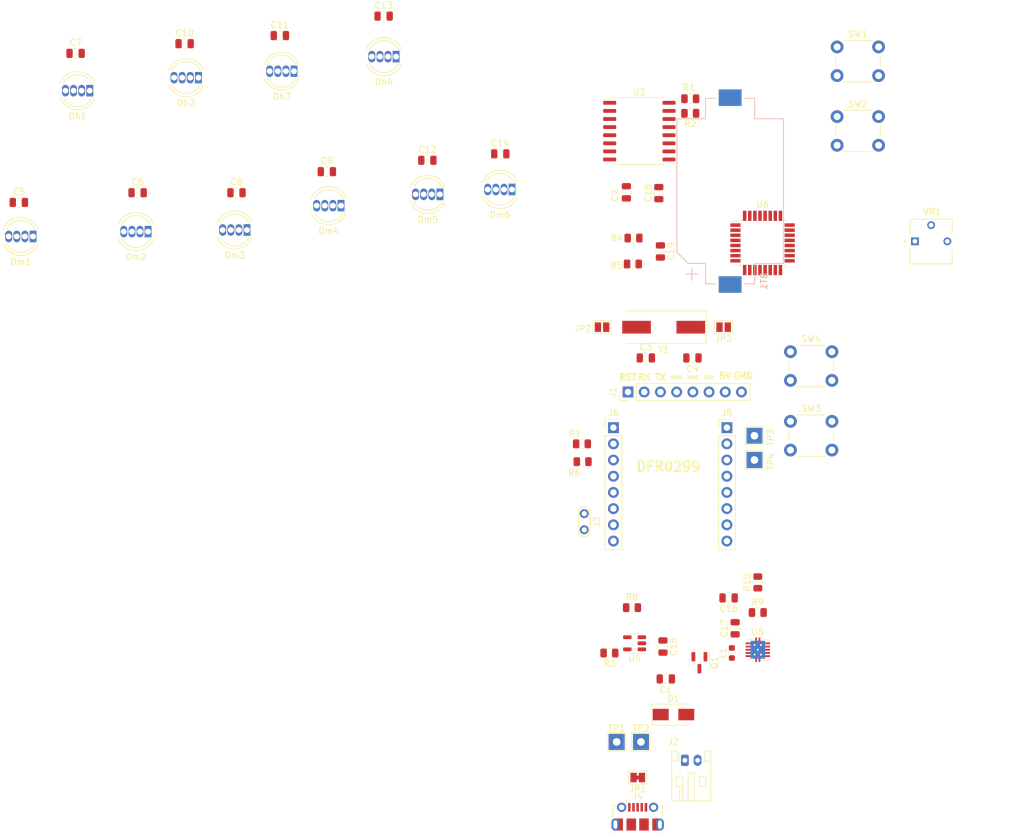
<source format=kicad_pcb>
(kicad_pcb (version 20211014) (generator pcbnew)
  (layers (0 "F.Cu" signal) (31 "B.Cu" signal) (34 "B.Paste" user) (35 "F.Paste" user) (36 "B.SilkS" user "B.Silkscreen") (37 "F.SilkS" user "F.Silkscreen") (38 "B.Mask" user) (39 "F.Mask" user) (44 "Edge.Cuts" user))
  (net 0 "")
  (net 1 "Net-(C1-Pad1)")
  (net 2 "GND")
  (net 3 "/5v")
  (net 4 "Net-(C3-Pad1)")
  (net 5 "Net-(C4-Pad1)")
  (net 6 "Net-(BT2-Pad1)")
  (net 7 "Net-(C16-Pad1)")
  (net 8 "Net-(C17-Pad1)")
  (net 9 "Net-(Dh1-Pad1)")
  (net 10 "Net-(Dh1-Pad4)")
  (net 11 "Net-(Dh2-Pad1)")
  (net 12 "Net-(Dh3-Pad1)")
  (net 13 "Net-(Dh4-Pad1)")
  (net 14 "Net-(Dm1-Pad1)")
  (net 15 "Net-(Dm2-Pad1)")
  (net 16 "Net-(Dm3-Pad1)")
  (net 17 "Net-(Dm4-Pad1)")
  (net 18 "Net-(Dm5-Pad1)")
  (net 20 "/RESET")
  (net 21 "/MOSI")
  (net 22 "/MISO")
  (net 23 "/SCK")
  (net 24 "Net-(J4-Pad2)")
  (net 25 "Net-(L1-Pad2)")
  (net 26 "/SCL")
  (net 27 "Net-(R1-Pad2)")
  (net 28 "/SDA")
  (net 29 "Net-(R2-Pad2)")
  (net 30 "Net-(R3-Pad1)")
  (net 31 "/NeoPixel_D")
  (net 32 "/MCU_TX")
  (net 33 "/MCU_RX")
  (net 34 "Net-(R10-Pad1)")
  (net 35 "/SW1")
  (net 36 "/SW2")
  (net 37 "/SW3")
  (net 38 "/SW4")
  (net 39 "Net-(J3-Pad1)")
  (net 40 "Net-(J3-Pad2)")
  (net 48 "Net-(BT1-Pad1)")
  (net 57 "Net-(JP2-Pad1)")
  (net 58 "/MCU_SSRX")
  (net 59 "/MCU_SSTX")
  (net 64 "Net-(J6-Pad3)")
  (net 65 "Net-(J6-Pad2)")
  (net 66 "Net-(J4-Pad3)")
  (net 67 "Net-(J5-Pad2)")
  (net 68 "Net-(J5-Pad3)")
  (net 69 "Net-(JP3-Pad1)")
  (net 70 "/DIMMER")
  (footprint "Resistor_SMD:R_0805_2012Metric" (layer "F.Cu") (at 145.4255 -52.0375 180)
    (fp_text reference "R3" (at 0 -1.65) (layer "F.SilkS"))
    (fp_text value "2K")
    (pad "1" smd roundrect (at -0.9125 0 180) (size 1.025 1.4) (layers "F.Cu" "F.Paste" "F.Mask") (roundrect_rratio 0.243902439) (net 30 "Net-(R3-Pad1)"))
    (pad "2" smd roundrect (at 0.9125 0 180) (size 1.025 1.4) (layers "F.Cu" "F.Paste" "F.Mask") (roundrect_rratio 0.243902439) (net 2 "GND"))
  )
  (footprint "Resistor_SMD:R_0805_2012Metric" (layer "F.Cu") (at 168.672 -63.11 90)
    (fp_text reference "R10" (at 0 -1.65 90) (layer "F.SilkS"))
    (fp_text value "180K")
    (pad "1" smd roundrect (at -0.9125 0 90) (size 1.025 1.4) (layers "F.Cu" "F.Paste" "F.Mask") (roundrect_rratio 0.243902439) (net 34 "Net-(R10-Pad1)"))
    (pad "2" smd roundrect (at 0.9125 0 90) (size 1.025 1.4) (layers "F.Cu" "F.Paste" "F.Mask") (roundrect_rratio 0.243902439) (net 2 "GND"))
  )
  (footprint "Connector_PinHeader_2.54mm:PinHeader_1x08_P2.54mm_Vertical" (layer "F.Cu") (at 148.336 -92.964 90)
    (fp_text reference "J1" (at 0 -2.33 90) (layer "F.SilkS"))
    (fp_text value "Conn_01x08_Female" hide)
    (pad "1" thru_hole rect (at 0 0 90) (size 1.7 1.7) (drill 1) (layers *.Cu *.Mask) (net 20 "/RESET"))
    (pad "2" thru_hole oval (at 0 2.54 90) (size 1.7 1.7) (drill 1) (layers *.Cu *.Mask) (net 33 "/MCU_RX"))
    (pad "3" thru_hole oval (at 0 5.08 90) (size 1.7 1.7) (drill 1) (layers *.Cu *.Mask) (net 32 "/MCU_TX"))
    (pad "4" thru_hole oval (at 0 7.62 90) (size 1.7 1.7) (drill 1) (layers *.Cu *.Mask) (net 21 "/MOSI"))
    (pad "5" thru_hole oval (at 0 10.16 90) (size 1.7 1.7) (drill 1) (layers *.Cu *.Mask) (net 22 "/MISO"))
    (pad "6" thru_hole oval (at 0 12.7 90) (size 1.7 1.7) (drill 1) (layers *.Cu *.Mask) (net 23 "/SCK"))
    (pad "7" thru_hole oval (at 0 15.24 90) (size 1.7 1.7) (drill 1) (layers *.Cu *.Mask) (net 3 "/5v"))
    (pad "8" thru_hole oval (at 0 17.78 90) (size 1.7 1.7) (drill 1) (layers *.Cu *.Mask) (net 2 "GND"))
  )
  (footprint "Capacitor_SMD:C_0805_2012Metric" (layer "F.Cu") (at 153.416 -114.996 -90)
    (fp_text reference "C19" (at 0 -1.68 90) (layer "F.SilkS"))
    (fp_text value "100nF")
    (pad "1" smd roundrect (at -0.95 0 270) (size 1 1.45) (layers "F.Cu" "F.Paste" "F.Mask") (net 2 "GND"))
    (pad "2" smd roundrect (at 0.95 0 270) (size 1 1.45) (layers "F.Cu" "F.Paste" "F.Mask") (net 3 "/5v"))
  )
  (footprint "Capacitor_SMD:C_0805_2012Metric" (layer "F.Cu") (at 153.162 -124.14 90)
    (fp_text reference "C18" (at 0 -1.68 90) (layer "F.SilkS"))
    (fp_text value "22uF")
    (pad "1" smd roundrect (at -0.95 0 90) (size 1 1.45) (layers "F.Cu" "F.Paste" "F.Mask") (net 3 "/5v"))
    (pad "2" smd roundrect (at 0.95 0 90) (size 1 1.45) (layers "F.Cu" "F.Paste" "F.Mask") (net 2 "GND"))
  )
  (footprint "Package_SON:Texas_S-PVSON-N10_ThermalVias" (layer "F.Cu") (at 168.672 -52.5455)
    (fp_text reference "U5" (at 0 -2.8) (layer "F.SilkS"))
    (fp_text value "TPS61200DRC")
    (pad "1" smd oval (at -1.475 -1) (size 0.85 0.28) (layers "F.Cu" "F.Paste" "F.Mask") (net 8 "Net-(C17-Pad1)"))
    (pad "1" smd rect (at -1.76 -1) (size 0.28 0.28) (layers "F.Cu" "F.Paste" "F.Mask") (net 8 "Net-(C17-Pad1)"))
    (pad "2" smd rect (at -1.76 -0.5) (size 0.28 0.28) (layers "F.Cu" "F.Paste" "F.Mask") (net 3 "/5v"))
    (pad "2" smd oval (at -1.475 -0.5) (size 0.85 0.28) (layers "F.Cu" "F.Paste" "F.Mask") (net 3 "/5v"))
    (pad "3" smd oval (at -1.475 0) (size 0.85 0.28) (layers "F.Cu" "F.Paste" "F.Mask") (net 25 "Net-(L1-Pad2)"))
    (pad "3" smd rect (at -1.76 0) (size 0.28 0.28) (layers "F.Cu" "F.Paste" "F.Mask") (net 25 "Net-(L1-Pad2)"))
    (pad "4" smd oval (at -1.475 0.5) (size 0.85 0.28) (layers "F.Cu" "F.Paste" "F.Mask") (net 2 "GND"))
    (pad "4" smd rect (at -1.76 0.5) (size 0.28 0.28) (layers "F.Cu" "F.Paste" "F.Mask") (net 2 "GND"))
    (pad "5" smd rect (at -1.76 1) (size 0.28 0.28) (layers "F.Cu" "F.Paste" "F.Mask") (net 7 "Net-(C16-Pad1)"))
    (pad "5" smd oval (at -1.475 1) (size 0.85 0.28) (layers "F.Cu" "F.Paste" "F.Mask") (net 7 "Net-(C16-Pad1)"))
    (pad "6" smd oval (at 1.475 1) (size 0.85 0.28) (layers "F.Cu" "F.Paste" "F.Mask") (net 7 "Net-(C16-Pad1)"))
    (pad "6" smd rect (at 1.76 1) (size 0.28 0.28) (layers "F.Cu" "F.Paste" "F.Mask") (net 7 "Net-(C16-Pad1)"))
    (pad "7" smd oval (at 1.475 0.5) (size 0.85 0.28) (layers "F.Cu" "F.Paste" "F.Mask") (net 34 "Net-(R10-Pad1)"))
    (pad "7" smd rect (at 1.76 0.5) (size 0.28 0.28) (layers "F.Cu" "F.Paste" "F.Mask") (net 34 "Net-(R10-Pad1)"))
    (pad "8" smd rect (at 1.76 0) (size 0.28 0.28) (layers "F.Cu" "F.Paste" "F.Mask") (net 7 "Net-(C16-Pad1)"))
    (pad "8" smd oval (at 1.475 0) (size 0.85 0.28) (layers "F.Cu" "F.Paste" "F.Mask") (net 7 "Net-(C16-Pad1)"))
    (pad "9" smd rect (at 1.76 -0.5) (size 0.28 0.28) (layers "F.Cu" "F.Paste" "F.Mask") (net 2 "GND"))
    (pad "9" smd oval (at 1.475 -0.5) (size 0.85 0.28) (layers "F.Cu" "F.Paste" "F.Mask") (net 2 "GND"))
    (pad "10" smd rect (at 1.76 -1) (size 0.28 0.28) (layers "F.Cu" "F.Paste" "F.Mask") (net 3 "/5v"))
    (pad "10" smd oval (at 1.475 -1) (size 0.85 0.28) (layers "F.Cu" "F.Paste" "F.Mask") (net 3 "/5v"))
    (pad "11" smd rect (at 0.45 0.635) (size 0.68 1.05) (layers "F.Cu" "F.Paste" "F.Mask") (net 2 "GND"))
    (pad "11" smd rect (at 0 0) (size 2.3 2.8) (layers "B.Cu") (net 2 "GND"))
    (pad "11" thru_hole circle (at 0 0) (size 0.6 0.6) (drill 0.3) (layers *.Cu *.Mask) (net 2 "GND"))
    (pad "11" smd rect (at -0.45 0.635) (size 0.68 1.05) (layers "F.Cu" "F.Paste" "F.Mask") (net 2 "GND"))
    (pad "11" thru_hole circle (at -0.5 -0.75) (size 0.6 0.6) (drill 0.3) (layers *.Cu *.Mask) (net 2 "GND"))
    (pad "11" smd rect (at 0.25 -1.63) (size 0.26 0.5) (layers "F.Cu" "F.Paste" "F.Mask") (net 2 "GND"))
    (pad "11" thru_hole circle (at 0.5 -0.75) (size 0.6 0.6) (drill 0.3) (layers *.Cu *.Mask) (net 2 "GND"))
    (pad "11" smd rect (at 0 0) (size 1.65 2.4) (layers "F.Cu" "F.Mask") (net 2 "GND"))
    (pad "11" smd rect (at 0.25 1.55) (size 0.28 0.7) (layers "F.Cu" "F.Mask") (net 2 "GND"))
    (pad "11" thru_hole circle (at 0.5 0.75) (size 0.6 0.6) (drill 0.3) (layers *.Cu *.Mask) (net 2 "GND"))
    (pad "11" smd rect (at -0.25 -1.55) (size 0.28 0.7) (layers "F.Cu" "F.Mask") (net 2 "GND"))
    (pad "11" smd rect (at -0.25 1.63) (size 0.26 0.5) (layers "F.Cu" "F.Paste" "F.Mask") (net 2 "GND"))
    (pad "11" smd rect (at -0.25 1.55) (size 0.28 0.7) (layers "F.Cu" "F.Mask") (net 2 "GND"))
    (pad "11" thru_hole circle (at -0.5 0.75) (size 0.6 0.6) (drill 0.3) (layers *.Cu *.Mask) (net 2 "GND"))
    (pad "11" smd rect (at 0.45 -0.635) (size 0.68 1.05) (layers "F.Cu" "F.Paste" "F.Mask") (net 2 "GND"))
    (pad "11" smd rect (at -0.45 -0.635) (size 0.68 1.05) (layers "F.Cu" "F.Paste" "F.Mask") (net 2 "GND"))
    (pad "11" smd rect (at 0.25 -1.55) (size 0.28 0.7) (layers "F.Cu" "F.Mask") (net 2 "GND"))
    (pad "11" smd rect (at 0.25 1.63) (size 0.26 0.5) (layers "F.Cu" "F.Paste" "F.Mask") (net 2 "GND"))
    (pad "11" smd rect (at -0.25 -1.63) (size 0.26 0.5) (layers "F.Cu" "F.Paste" "F.Mask") (net 2 "GND"))
  )
  (footprint "Resistor_SMD:R_0805_2012Metric" (layer "F.Cu") (at 149.098 -113.03 180)
    (fp_text reference "R5" (at 2.54 -0.254) (layer "F.SilkS"))
    (fp_text value "470")
    (pad "1" smd roundrect (at -0.9125 0 180) (size 1.025 1.4) (layers "F.Cu" "F.Paste" "F.Mask") (roundrect_rratio 0.243902439) (net 31 "/NeoPixel_D"))
    (pad "2" smd roundrect (at 0.9125 0 180) (size 1.025 1.4) (layers "F.Cu" "F.Paste" "F.Mask") (roundrect_rratio 0.243902439) (net 10 "Net-(Dh1-Pad4)"))
  )
  (footprint "Resistor_SMD:R_0805_2012Metric" (layer "F.Cu") (at 158.0915 -136.652 180)
    (fp_text reference "R2" (at 0 -1.65) (layer "F.SilkS"))
    (fp_text value "10K")
    (pad "1" smd roundrect (at -0.9125 0 180) (size 1.025 1.4) (layers "F.Cu" "F.Paste" "F.Mask") (roundrect_rratio 0.243902439) (net 28 "/SDA"))
    (pad "2" smd roundrect (at 0.9125 0 180) (size 1.025 1.4) (layers "F.Cu" "F.Paste" "F.Mask") (roundrect_rratio 0.243902439) (net 29 "Net-(R2-Pad2)"))
  )
  (footprint "Capacitor_SMD:C_0805_2012Metric" (layer "F.Cu") (at 110.038 -151.892)
    (fp_text reference "C13" (at 0 -1.68) (layer "F.SilkS"))
    (fp_text value "0.1uF")
    (pad "1" smd roundrect (at -0.95 0) (size 1 1.45) (layers "F.Cu" "F.Paste" "F.Mask") (net 3 "/5v"))
    (pad "2" smd roundrect (at 0.95 0) (size 1 1.45) (layers "F.Cu" "F.Paste" "F.Mask") (net 2 "GND"))
  )
  (footprint "TestPoint:TestPoint_THTPad_2.5x2.5mm_Drill1.2mm" (layer "F.Cu") (at 146.558 -38.1)
    (fp_text reference "TP1" (at 0 -2.148) (layer "F.SilkS"))
    (fp_text value "D+")
    (pad "1" thru_hole rect (at 0 0) (size 2.5 2.5) (drill 1.2) (layers *.Cu *.Mask) (net 66 "Net-(J4-Pad3)"))
  )
  (footprint "LED_THT:LED_D5.0mm-4_RGB" (layer "F.Cu") (at 81.016 -142.24 180)
    (fp_text reference "Dh2" (at 1.905 -3.96 180) (layer "F.SilkS"))
    (fp_text value "NeoPixel_THT" hide)
    (pad "1" thru_hole rect (at 0 0 180) (size 1.07 1.8) (drill 0.9) (layers *.Cu *.Mask) (net 11 "Net-(Dh2-Pad1)"))
    (pad "2" thru_hole oval (at 1.27 0 180) (size 1.07 1.8) (drill 0.9) (layers *.Cu *.Mask) (net 2 "GND"))
    (pad "3" thru_hole oval (at 2.54 0 180) (size 1.07 1.8) (drill 0.9) (layers *.Cu *.Mask) (net 3 "/5v"))
    (pad "4" thru_hole oval (at 3.81 0 180) (size 1.07 1.8) (drill 0.9) (layers *.Cu *.Mask) (net 9 "Net-(Dh1-Pad1)"))
  )
  (footprint "Connector_USB:USB_Micro-B_Molex-105017-0001" (layer "F.Cu") (at 149.844 -26.3835)
    (fp_text reference "J4" (at 0 -3.1125) (layer "F.SilkS"))
    (fp_text value "USB_B_Micro" hide)
    (pad "1" smd rect (at -1.3 -1.4625) (size 0.4 1.35) (layers "F.Cu" "F.Paste" "F.Mask") (net 1 "Net-(C1-Pad1)"))
    (pad "2" smd rect (at -0.65 -1.4625) (size 0.4 1.35) (layers "F.Cu" "F.Paste" "F.Mask") (net 24 "Net-(J4-Pad2)"))
    (pad "3" smd rect (at 0 -1.4625) (size 0.4 1.35) (layers "F.Cu" "F.Paste" "F.Mask") (net 66 "Net-(J4-Pad3)"))
    (pad "4" smd rect (at 0.65 -1.4625) (size 0.4 1.35) (layers "F.Cu" "F.Paste" "F.Mask") (net 2 "GND"))
    (pad "5" smd rect (at 1.3 -1.4625) (size 0.4 1.35) (layers "F.Cu" "F.Paste" "F.Mask") (net 2 "GND"))
    (pad "6" smd rect (at 1 1.2375) (size 1.5 1.9) (layers "F.Cu" "F.Paste" "F.Mask") (net 2 "GND"))
    (pad "6" smd rect (at -1 1.2375) (size 1.5 1.9) (layers "F.Cu" "F.Paste" "F.Mask") (net 2 "GND"))
    (pad "6" smd rect (at 2.9 1.2375) (size 1.2 1.9) (layers "F.Cu" "F.Mask") (net 2 "GND"))
    (pad "6" thru_hole circle (at 2.5 -1.4625) (size 1.45 1.45) (drill 0.85) (layers *.Cu *.Mask) (net 2 "GND"))
    (pad "6" thru_hole oval (at 3.5 1.2375) (size 1.2 1.9) (drill oval 0.6 1.3) (layers *.Cu *.Mask) (net 2 "GND"))
    (pad "6" thru_hole circle (at -2.5 -1.4625) (size 1.45 1.45) (drill 0.85) (layers *.Cu *.Mask) (net 2 "GND"))
    (pad "6" smd rect (at -2.9 1.2375) (size 1.2 1.9) (layers "F.Cu" "F.Mask") (net 2 "GND"))
    (pad "6" thru_hole oval (at -3.5 1.2375 180) (size 1.2 1.9) (drill oval 0.6 1.3) (layers *.Cu *.Mask) (net 2 "GND"))
  )
  (footprint "Package_SO:SOIC-16W_7.5x10.3mm_P1.27mm" (layer "F.Cu") (at 150.114 -133.858)
    (fp_text reference "U2" (at 0 -6.1) (layer "F.SilkS"))
    (fp_text value "DS3231M")
    (pad "1" smd roundrect (at -4.65 -4.445) (size 2.05 0.6) (layers "F.Cu" "F.Paste" "F.Mask"))
    (pad "2" smd roundrect (at -4.65 -3.175) (size 2.05 0.6) (layers "F.Cu" "F.Paste" "F.Mask") (net 3 "/5v"))
    (pad "3" smd roundrect (at -4.65 -1.905) (size 2.05 0.6) (layers "F.Cu" "F.Paste" "F.Mask"))
    (pad "4" smd roundrect (at -4.65 -0.635) (size 2.05 0.6) (layers "F.Cu" "F.Paste" "F.Mask"))
    (pad "5" smd roundrect (at -4.65 0.635) (size 2.05 0.6) (layers "F.Cu" "F.Paste" "F.Mask") (net 2 "GND"))
    (pad "6" smd roundrect (at -4.65 1.905) (size 2.05 0.6) (layers "F.Cu" "F.Paste" "F.Mask") (net 2 "GND"))
    (pad "7" smd roundrect (at -4.65 3.175) (size 2.05 0.6) (layers "F.Cu" "F.Paste" "F.Mask") (net 2 "GND"))
    (pad "8" smd roundrect (at -4.65 4.445) (size 2.05 0.6) (layers "F.Cu" "F.Paste" "F.Mask") (net 2 "GND"))
    (pad "9" smd roundrect (at 4.65 4.445) (size 2.05 0.6) (layers "F.Cu" "F.Paste" "F.Mask") (net 2 "GND"))
    (pad "10" smd roundrect (at 4.65 3.175) (size 2.05 0.6) (layers "F.Cu" "F.Paste" "F.Mask") (net 2 "GND"))
    (pad "11" smd roundrect (at 4.65 1.905) (size 2.05 0.6) (layers "F.Cu" "F.Paste" "F.Mask") (net 2 "GND"))
    (pad "12" smd roundrect (at 4.65 0.635) (size 2.05 0.6) (layers "F.Cu" "F.Paste" "F.Mask") (net 2 "GND"))
    (pad "13" smd roundrect (at 4.65 -0.635) (size 2.05 0.6) (layers "F.Cu" "F.Paste" "F.Mask") (net 2 "GND"))
    (pad "14" smd roundrect (at 4.65 -1.905) (size 2.05 0.6) (layers "F.Cu" "F.Paste" "F.Mask") (net 48 "Net-(BT1-Pad1)"))
    (pad "15" smd roundrect (at 4.65 -3.175) (size 2.05 0.6) (layers "F.Cu" "F.Paste" "F.Mask") (net 29 "Net-(R2-Pad2)"))
    (pad "16" smd roundrect (at 4.65 -4.445) (size 2.05 0.6) (layers "F.Cu" "F.Paste" "F.Mask") (net 27 "Net-(R1-Pad2)"))
  )
  (footprint "Capacitor_SMD:C_0805_2012Metric" (layer "F.Cu") (at 164.1 -60.6735 180)
    (fp_text reference "C16" (at 0 -1.68) (layer "F.SilkS"))
    (fp_text value "4.7uF")
    (pad "1" smd roundrect (at -0.95 0 180) (size 1 1.45) (layers "F.Cu" "F.Paste" "F.Mask") (net 7 "Net-(C16-Pad1)"))
    (pad "2" smd roundrect (at 0.95 0 180) (size 1 1.45) (layers "F.Cu" "F.Paste" "F.Mask") (net 2 "GND"))
  )
  (footprint "Capacitor_SMD:C_0805_2012Metric" (layer "F.Cu") (at 116.896 -129.286)
    (fp_text reference "C12" (at 0 -1.68) (layer "F.SilkS"))
    (fp_text value "0.1uF")
    (pad "1" smd roundrect (at -0.95 0) (size 1 1.45) (layers "F.Cu" "F.Paste" "F.Mask") (net 3 "/5v"))
    (pad "2" smd roundrect (at 0.95 0) (size 1 1.45) (layers "F.Cu" "F.Paste" "F.Mask") (net 2 "GND"))
  )
  (footprint "Capacitor_SMD:C_0805_2012Metric" (layer "F.Cu") (at 101.148 -127.508)
    (fp_text reference "C9" (at 0 -1.68) (layer "F.SilkS"))
    (fp_text value "0.1uF")
    (pad "1" smd roundrect (at -0.95 0) (size 1 1.45) (layers "F.Cu" "F.Paste" "F.Mask") (net 3 "/5v"))
    (pad "2" smd roundrect (at 0.95 0) (size 1 1.45) (layers "F.Cu" "F.Paste" "F.Mask") (net 2 "GND"))
  )
  (footprint "Capacitor_SMD:C_0805_2012Metric" (layer "F.Cu") (at 165.116 -55.9135 90)
    (fp_text reference "C17" (at 0 -1.68 90) (layer "F.SilkS"))
    (fp_text value "1uF")
    (pad "1" smd roundrect (at -0.95 0 90) (size 1 1.45) (layers "F.Cu" "F.Paste" "F.Mask") (net 8 "Net-(C17-Pad1)"))
    (pad "2" smd roundrect (at 0.95 0 90) (size 1 1.45) (layers "F.Cu" "F.Paste" "F.Mask") (net 2 "GND"))
  )
  (footprint "Package_QFP:TQFP-32_7x7mm_P0.8mm" (layer "F.Cu") (at 169.418 -116.332)
    (fp_text reference "U6" (at 0 -6.05) (layer "F.SilkS"))
    (fp_text value "ATmega328P-A")
    (pad "1" smd rect (at -4.25 -2.8) (size 1.6 0.55) (layers "F.Cu" "F.Paste" "F.Mask") (net 36 "/SW2"))
    (pad "2" smd rect (at -4.25 -2) (size 1.6 0.55) (layers "F.Cu" "F.Paste" "F.Mask") (net 31 "/NeoPixel_D"))
    (pad "3" smd rect (at -4.25 -1.2) (size 1.6 0.55) (layers "F.Cu" "F.Paste" "F.Mask") (net 2 "GND"))
    (pad "4" smd rect (at -4.25 -0.4) (size 1.6 0.55) (layers "F.Cu" "F.Paste" "F.Mask") (net 3 "/5v"))
    (pad "5" smd rect (at -4.25 0.4) (size 1.6 0.55) (layers "F.Cu" "F.Paste" "F.Mask") (net 2 "GND"))
    (pad "6" smd rect (at -4.25 1.2) (size 1.6 0.55) (layers "F.Cu" "F.Paste" "F.Mask") (net 3 "/5v"))
    (pad "7" smd rect (at -4.25 2) (size 1.6 0.55) (layers "F.Cu" "F.Paste" "F.Mask") (net 57 "Net-(JP2-Pad1)"))
    (pad "8" smd rect (at -4.25 2.8) (size 1.6 0.55) (layers "F.Cu" "F.Paste" "F.Mask") (net 69 "Net-(JP3-Pad1)"))
    (pad "9" smd rect (at -2.8 4.25 90) (size 1.6 0.55) (layers "F.Cu" "F.Paste" "F.Mask") (net 58 "/MCU_SSRX"))
    (pad "10" smd rect (at -2 4.25 90) (size 1.6 0.55) (layers "F.Cu" "F.Paste" "F.Mask") (net 59 "/MCU_SSTX"))
    (pad "11" smd rect (at -1.2 4.25 90) (size 1.6 0.55) (layers "F.Cu" "F.Paste" "F.Mask"))
    (pad "12" smd rect (at -0.4 4.25 90) (size 1.6 0.55) (layers "F.Cu" "F.Paste" "F.Mask") (net 37 "/SW3"))
    (pad "13" smd rect (at 0.4 4.25 90) (size 1.6 0.55) (layers "F.Cu" "F.Paste" "F.Mask") (net 38 "/SW4"))
    (pad "14" smd rect (at 1.2 4.25 90) (size 1.6 0.55) (layers "F.Cu" "F.Paste" "F.Mask"))
    (pad "15" smd rect (at 2 4.25 90) (size 1.6 0.55) (layers "F.Cu" "F.Paste" "F.Mask") (net 21 "/MOSI"))
    (pad "16" smd rect (at 2.8 4.25 90) (size 1.6 0.55) (layers "F.Cu" "F.Paste" "F.Mask") (net 22 "/MISO"))
    (pad "17" smd rect (at 4.25 2.8) (size 1.6 0.55) (layers "F.Cu" "F.Paste" "F.Mask") (net 23 "/SCK"))
    (pad "18" smd rect (at 4.25 2) (size 1.6 0.55) (layers "F.Cu" "F.Paste" "F.Mask") (net 3 "/5v"))
    (pad "19" smd rect (at 4.25 1.2) (size 1.6 0.55) (layers "F.Cu" "F.Paste" "F.Mask"))
    (pad "20" smd rect (at 4.25 0.4) (size 1.6 0.55) (layers "F.Cu" "F.Paste" "F.Mask"))
    (pad "21" smd rect (at 4.25 -0.4) (size 1.6 0.55) (layers "F.Cu" "F.Paste" "F.Mask") (net 2 "GND"))
    (pad "22" smd rect (at 4.25 -1.2) (size 1.6 0.55) (layers "F.Cu" "F.Paste" "F.Mask"))
    (pad "23" smd rect (at 4.25 -2) (size 1.6 0.55) (layers "F.Cu" "F.Paste" "F.Mask"))
    (pad "24" smd rect (at 4.25 -2.8) (size 1.6 0.55) (layers "F.Cu" "F.Paste" "F.Mask"))
    (pad "25" smd rect (at 2.8 -4.25 90) (size 1.6 0.55) (layers "F.Cu" "F.Paste" "F.Mask"))
    (pad "26" smd rect (at 2 -4.25 90) (size 1.6 0.55) (layers "F.Cu" "F.Paste" "F.Mask") (net 70 "/DIMMER"))
    (pad "27" smd rect (at 1.2 -4.25 90) (size 1.6 0.55) (layers "F.Cu" "F.Paste" "F.Mask") (net 28 "/SDA"))
    (pad "28" smd rect (at 0.4 -4.25 90) (size 1.6 0.55) (layers "F.Cu" "F.Paste" "F.Mask") (net 26 "/SCL"))
    (pad "29" smd rect (at -0.4 -4.25 90) (size 1.6 0.55) (layers "F.Cu" "F.Paste" "F.Mask") (net 20 "/RESET"))
    (pad "30" smd rect (at -1.2 -4.25 90) (size 1.6 0.55) (layers "F.Cu" "F.Paste" "F.Mask") (net 33 "/MCU_RX"))
    (pad "31" smd rect (at -2 -4.25 90) (size 1.6 0.55) (layers "F.Cu" "F.Paste" "F.Mask") (net 32 "/MCU_TX"))
    (pad "32" smd rect (at -2.8 -4.25 90) (size 1.6 0.55) (layers "F.Cu" "F.Paste" "F.Mask") (net 35 "/SW1"))
  )
  (footprint "Capacitor_SMD:C_0805_2012Metric" (layer "F.Cu") (at 78.862 -147.574)
    (fp_text reference "C10" (at 0 -1.68) (layer "F.SilkS"))
    (fp_text value "0.1uF")
    (pad "1" smd roundrect (at -0.95 0) (size 1 1.45) (layers "F.Cu" "F.Paste" "F.Mask") (net 3 "/5v"))
    (pad "2" smd roundrect (at 0.95 0) (size 1 1.45) (layers "F.Cu" "F.Paste" "F.Mask") (net 2 "GND"))
  )
  (footprint "Button_Switch_THT:SW_PUSH_6mm_H5mm" (layer "F.Cu") (at 173.788 -88.356)
    (fp_text reference "SW3" (at 3.25 -2) (layer "F.SilkS"))
    (fp_text value "SW_Push")
    (pad "1" thru_hole circle (at 6.5 0 90) (size 2 2) (drill 1.1) (layers *.Cu *.Mask) (net 2 "GND"))
    (pad "1" thru_hole circle (at 0 0 90) (size 2 2) (drill 1.1) (layers *.Cu *.Mask) (net 2 "GND"))
    (pad "2" thru_hole circle (at 6.5 4.5 90) (size 2 2) (drill 1.1) (layers *.Cu *.Mask) (net 37 "/SW3"))
    (pad "2" thru_hole circle (at 0 4.5 90) (size 2 2) (drill 1.1) (layers *.Cu *.Mask) (net 37 "/SW3"))
  )
  (footprint "LED_THT:LED_D5.0mm-4_RGB" (layer "F.Cu") (at 88.636 -118.364 180)
    (fp_text reference "Dm3" (at 1.905 -3.96 180) (layer "F.SilkS"))
    (fp_text value "NeoPixel_THT" hide)
    (pad "1" thru_hole rect (at 0 0 180) (size 1.07 1.8) (drill 0.9) (layers *.Cu *.Mask) (net 16 "Net-(Dm3-Pad1)"))
    (pad "2" thru_hole oval (at 1.27 0 180) (size 1.07 1.8) (drill 0.9) (layers *.Cu *.Mask) (net 2 "GND"))
    (pad "3" thru_hole oval (at 2.54 0 180) (size 1.07 1.8) (drill 0.9) (layers *.Cu *.Mask) (net 3 "/5v"))
    (pad "4" thru_hole oval (at 3.81 0 180) (size 1.07 1.8) (drill 0.9) (layers *.Cu *.Mask) (net 15 "Net-(Dm2-Pad1)"))
  )
  (footprint "Capacitor_SMD:C_0805_2012Metric" (layer "F.Cu") (at 71.496 -124.206)
    (fp_text reference "C6" (at 0 -1.68) (layer "F.SilkS"))
    (fp_text value "0.1uF")
    (pad "1" smd roundrect (at -0.95 0) (size 1 1.45) (layers "F.Cu" "F.Paste" "F.Mask") (net 3 "/5v"))
    (pad "2" smd roundrect (at 0.95 0) (size 1 1.45) (layers "F.Cu" "F.Paste" "F.Mask") (net 2 "GND"))
  )
  (footprint "Resistor_SMD:R_0805_2012Metric" (layer "F.Cu") (at 168.672 -58.3875)
    (fp_text reference "R9" (at 0 -1.65) (layer "F.SilkS"))
    (fp_text value "2M")
    (pad "1" smd roundrect (at -0.9125 0) (size 1.025 1.4) (layers "F.Cu" "F.Paste" "F.Mask") (roundrect_rratio 0.243902439) (net 7 "Net-(C16-Pad1)"))
    (pad "2" smd roundrect (at 0.9125 0) (size 1.025 1.4) (layers "F.Cu" "F.Paste" "F.Mask") (roundrect_rratio 0.243902439) (net 34 "Net-(R10-Pad1)"))
  )
  (footprint "LED_THT:LED_D5.0mm-4_RGB" (layer "F.Cu") (at 103.368 -122.174 180)
    (fp_text reference "Dm4" (at 1.905 -3.96 180) (layer "F.SilkS"))
    (fp_text value "NeoPixel_THT" hide)
    (pad "1" thru_hole rect (at 0 0 180) (size 1.07 1.8) (drill 0.9) (layers *.Cu *.Mask) (net 17 "Net-(Dm4-Pad1)"))
    (pad "2" thru_hole oval (at 1.27 0 180) (size 1.07 1.8) (drill 0.9) (layers *.Cu *.Mask) (net 2 "GND"))
    (pad "3" thru_hole oval (at 2.54 0 180) (size 1.07 1.8) (drill 0.9) (layers *.Cu *.Mask) (net 3 "/5v"))
    (pad "4" thru_hole oval (at 3.81 0 180) (size 1.07 1.8) (drill 0.9) (layers *.Cu *.Mask) (net 16 "Net-(Dm3-Pad1)"))
  )
  (footprint "Capacitor_SMD:C_0805_2012Metric" (layer "F.Cu") (at 93.782 -148.844)
    (fp_text reference "C11" (at 0 -1.68) (layer "F.SilkS"))
    (fp_text value "0.1uF")
    (pad "1" smd roundrect (at -0.95 0) (size 1 1.45) (layers "F.Cu" "F.Paste" "F.Mask") (net 3 "/5v"))
    (pad "2" smd roundrect (at 0.95 0) (size 1 1.45) (layers "F.Cu" "F.Paste" "F.Mask") (net 2 "GND"))
  )
  (footprint "Resistor_SMD:R_0805_2012Metric" (layer "F.Cu") (at 141.224 -82.042 180)
    (fp_text reference "R6" (at 1.27 -1.778) (layer "F.SilkS"))
    (fp_text value "1K")
    (pad "1" smd roundrect (at -0.9125 0 180) (size 1.025 1.4) (layers "F.Cu" "F.Paste" "F.Mask") (roundrect_rratio 0.243902439) (net 64 "Net-(J6-Pad3)"))
    (pad "2" smd roundrect (at 0.9125 0 180) (size 1.025 1.4) (layers "F.Cu" "F.Paste" "F.Mask") (roundrect_rratio 0.243902439) (net 58 "/MCU_SSRX"))
  )
  (footprint "LED_THT:LED_D5.0mm-4_RGB" (layer "F.Cu") (at 118.862 -123.952 180)
    (fp_text reference "Dm5" (at 1.905 -3.96 180) (layer "F.SilkS"))
    (fp_text value "NeoPixel_THT" hide)
    (pad "1" thru_hole rect (at 0 0 180) (size 1.07 1.8) (drill 0.9) (layers *.Cu *.Mask) (net 18 "Net-(Dm5-Pad1)"))
    (pad "2" thru_hole oval (at 1.27 0 180) (size 1.07 1.8) (drill 0.9) (layers *.Cu *.Mask) (net 2 "GND"))
    (pad "3" thru_hole oval (at 2.54 0 180) (size 1.07 1.8) (drill 0.9) (layers *.Cu *.Mask) (net 3 "/5v"))
    (pad "4" thru_hole oval (at 3.81 0 180) (size 1.07 1.8) (drill 0.9) (layers *.Cu *.Mask) (net 17 "Net-(Dm4-Pad1)"))
  )
  (footprint "LED_THT:LED_D5.0mm-4_RGB" (layer "F.Cu") (at 73.142 -118.11 180)
    (fp_text reference "Dm2" (at 1.905 -3.96 180) (layer "F.SilkS"))
    (fp_text value "NeoPixel_THT" hide)
    (pad "1" thru_hole rect (at 0 0 180) (size 1.07 1.8) (drill 0.9) (layers *.Cu *.Mask) (net 15 "Net-(Dm2-Pad1)"))
    (pad "2" thru_hole oval (at 1.27 0 180) (size 1.07 1.8) (drill 0.9) (layers *.Cu *.Mask) (net 2 "GND"))
    (pad "3" thru_hole oval (at 2.54 0 180) (size 1.07 1.8) (drill 0.9) (layers *.Cu *.Mask) (net 3 "/5v"))
    (pad "4" thru_hole oval (at 3.81 0 180) (size 1.07 1.8) (drill 0.9) (layers *.Cu *.Mask) (net 14 "Net-(Dm1-Pad1)"))
  )
  (footprint "Inductor_SMD:L_0603_1608Metric" (layer "F.Cu") (at 164.608 -52.0375 90)
    (fp_text reference "L1" (at 0 -1.43 90) (layer "F.SilkS"))
    (fp_text value "2.2uH")
    (pad "1" smd roundrect (at -0.7875 0 90) (size 0.875 0.95) (layers "F.Cu" "F.Paste" "F.Mask") (net 7 "Net-(C16-Pad1)"))
    (pad "2" smd roundrect (at 0.7875 0 90) (size 0.875 0.95) (layers "F.Cu" "F.Paste" "F.Mask") (net 25 "Net-(L1-Pad2)"))
  )
  (footprint "Capacitor_SMD:C_0805_2012Metric" (layer "F.Cu") (at 153.8075 -53.0535 -90)
    (fp_text reference "C15" (at 0 -1.68 90) (layer "F.SilkS"))
    (fp_text value "4.7uF")
    (pad "1" smd roundrect (at -0.95 0 270) (size 1 1.45) (layers "F.Cu" "F.Paste" "F.Mask") (net 6 "Net-(BT2-Pad1)"))
    (pad "2" smd roundrect (at 0.95 0 270) (size 1 1.45) (layers "F.Cu" "F.Paste" "F.Mask") (net 2 "GND"))
  )
  (footprint "Jumper:SolderJumper-2_P1.3mm_Open_Pad1.0x1.5mm" (layer "F.Cu") (at 163.322 -103.124 180)
    (fp_text reference "JP3" (at 0 -1.8) (layer "F.SilkS"))
    (fp_text value "XTAL_2")
    (pad "1" smd rect (at -0.65 0 180) (size 1 1.5) (layers "F.Cu" "F.Mask") (net 69 "Net-(JP3-Pad1)"))
    (pad "2" smd rect (at 0.65 0 180) (size 1 1.5) (layers "F.Cu" "F.Mask") (net 5 "Net-(C4-Pad1)"))
  )
  (footprint "Resistor_SMD:R_0805_2012Metric" (layer "F.Cu") (at 158.0915 -138.938 180)
    (fp_text reference "R1" (at 0.227064 1.778) (layer "F.SilkS"))
    (fp_text value "10K")
    (pad "1" smd roundrect (at -0.9125 0 180) (size 1.025 1.4) (layers "F.Cu" "F.Paste" "F.Mask") (roundrect_rratio 0.243902439) (net 26 "/SCL"))
    (pad "2" smd roundrect (at 0.9125 0 180) (size 1.025 1.4) (layers "F.Cu" "F.Paste" "F.Mask") (roundrect_rratio 0.243902439) (net 27 "Net-(R1-Pad2)"))
  )
  (footprint "Capacitor_SMD:C_0805_2012Metric" (layer "F.Cu") (at 52.888 -122.682)
    (fp_text reference "C5" (at 0 -1.68) (layer "F.SilkS"))
    (fp_text value "0.1uF")
    (pad "1" smd roundrect (at -0.95 0) (size 1 1.45) (layers "F.Cu" "F.Paste" "F.Mask") (net 3 "/5v"))
    (pad "2" smd roundrect (at 0.95 0) (size 1 1.45) (layers "F.Cu" "F.Paste" "F.Mask") (net 2 "GND"))
  )
  (footprint "Package_TO_SOT_SMD:SOT-23-5" (layer "F.Cu") (at 149.368 -53.5615 180)
    (fp_text reference "U4" (at 0 -2.4) (layer "F.SilkS"))
    (fp_text value "MCP73831-2-OT")
    (pad "1" smd roundrect (at -1.1375 -0.95 180) (size 1.325 0.6) (layers "F.Cu" "F.Paste" "F.Mask"))
    (pad "2" smd roundrect (at -1.1375 0 180) (size 1.325 0.6) (layers "F.Cu" "F.Paste" "F.Mask") (net 2 "GND"))
    (pad "3" smd roundrect (at -1.1375 0.95 180) (size 1.325 0.6) (layers "F.Cu" "F.Paste" "F.Mask") (net 6 "Net-(BT2-Pad1)"))
    (pad "4" smd roundrect (at 1.1375 0.95 180) (size 1.325 0.6) (layers "F.Cu" "F.Paste" "F.Mask") (net 1 "Net-(C1-Pad1)"))
    (pad "5" smd roundrect (at 1.1375 -0.95 180) (size 1.325 0.6) (layers "F.Cu" "F.Paste" "F.Mask") (net 30 "Net-(R3-Pad1)"))
  )
  (footprint "Capacitor_SMD:C_0805_2012Metric" (layer "F.Cu") (at 86.99 -124.206)
    (fp_text reference "C8" (at 0 -1.68) (layer "F.SilkS"))
    (fp_text value "0.1uF")
    (pad "1" smd roundrect (at -0.95 0) (size 1 1.45) (layers "F.Cu" "F.Paste" "F.Mask") (net 3 "/5v"))
    (pad "2" smd roundrect (at 0.95 0) (size 1 1.45) (layers "F.Cu" "F.Paste" "F.Mask") (net 2 "GND"))
  )
  (footprint "Capacitor_SMD:C_0805_2012Metric" (layer "F.Cu") (at 148.082 -124.272 90)
    (fp_text reference "C2" (at -0.508 -1.778 90) (layer "F.SilkS"))
    (fp_text value "0.1uF")
    (pad "1" smd roundrect (at -0.95 0 90) (size 1 1.45) (layers "F.Cu" "F.Paste" "F.Mask") (net 3 "/5v"))
    (pad "2" smd roundrect (at 0.95 0 90) (size 1 1.45) (layers "F.Cu" "F.Paste" "F.Mask") (net 2 "GND"))
  )
  (footprint "Capacitor_SMD:C_0805_2012Metric" (layer "F.Cu") (at 128.326 -130.302)
    (fp_text reference "C14" (at 0 -1.68) (layer "F.SilkS"))
    (fp_text value "0.1uF")
    (pad "1" smd roundrect (at -0.95 0) (size 1 1.45) (layers "F.Cu" "F.Paste" "F.Mask") (net 3 "/5v"))
    (pad "2" smd roundrect (at 0.95 0) (size 1 1.45) (layers "F.Cu" "F.Paste" "F.Mask") (net 2 "GND"))
  )
  (footprint "Capacitor_SMD:C_0805_2012Metric" (layer "F.Cu") (at 61.778 -146.05)
    (fp_text reference "C7" (at 0 -1.68) (layer "F.SilkS"))
    (fp_text value "0.1uF")
    (pad "1" smd roundrect (at -0.95 0) (size 1 1.45) (layers "F.Cu" "F.Paste" "F.Mask") (net 3 "/5v"))
    (pad "2" smd roundrect (at 0.95 0) (size 1 1.45) (layers "F.Cu" "F.Paste" "F.Mask") (net 2 "GND"))
  )
  (footprint "LED_THT:LED_D5.0mm-4_RGB" (layer "F.Cu") (at 55.108 -117.348 180)
    (fp_text reference "Dm1" (at 1.905 -3.96 180) (layer "F.SilkS"))
    (fp_text value "NeoPixel_THT" hide)
    (pad "1" thru_hole rect (at 0 0 180) (size 1.07 1.8) (drill 0.9) (layers *.Cu *.Mask) (net 14 "Net-(Dm1-Pad1)"))
    (pad "2" thru_hole oval (at 1.27 0 180) (size 1.07 1.8) (drill 0.9) (layers *.Cu *.Mask) (net 2 "GND"))
    (pad "3" thru_hole oval (at 2.54 0 180) (size 1.07 1.8) (drill 0.9) (layers *.Cu *.Mask) (net 3 "/5v"))
    (pad "4" thru_hole oval (at 3.81 0 180) (size 1.07 1.8) (drill 0.9) (layers *.Cu *.Mask) (net 13 "Net-(Dh4-Pad1)"))
  )
  (footprint "Diode_SMD:D_SMA" (layer "F.Cu") (at 155.464 -42.3855)
    (fp_text reference "D1" (at 0 -2.5) (layer "F.SilkS"))
    (fp_text value "D_Schottky" hide)
    (pad "1" smd rect (at -2 0) (size 2.5 1.8) (layers "F.Cu" "F.Paste" "F.Mask") (net 3 "/5v"))
    (pad "2" smd rect (at 2 0) (size 2.5 1.8) (layers "F.Cu" "F.Paste" "F.Mask") (net 1 "Net-(C1-Pad1)"))
  )
  (footprint "Button_Switch_THT:SW_PUSH_6mm_H5mm" (layer "F.Cu") (at 181.102 -147.066)
    (fp_text reference "SW1" (at 3.25 -2) (layer "F.SilkS"))
    (fp_text value "SW_Push")
    (pad "1" thru_hole circle (at 6.5 0 90) (size 2 2) (drill 1.1) (layers *.Cu *.Mask) (net 2 "GND"))
    (pad "1" thru_hole circle (at 0 0 90) (size 2 2) (drill 1.1) (layers *.Cu *.Mask) (net 2 "GND"))
    (pad "2" thru_hole circle (at 0 4.5 90) (size 2 2) (drill 1.1) (layers *.Cu *.Mask) (net 35 "/SW1"))
    (pad "2" thru_hole circle (at 6.5 4.5 90) (size 2 2) (drill 1.1) (layers *.Cu *.Mask) (net 35 "/SW1"))
  )
  (footprint "Button_Switch_THT:SW_PUSH_6mm_H5mm" (layer "F.Cu") (at 173.788 -99.278)
    (fp_text reference "SW4" (at 3.25 -2) (layer "F.SilkS"))
    (fp_text value "SW_Push")
    (pad "1" thru_hole circle (at 0 0 90) (size 2 2) (drill 1.1) (layers *.Cu *.Mask) (net 2 "GND"))
    (pad "1" thru_hole circle (at 6.5 0 90) (size 2 2) (drill 1.1) (layers *.Cu *.Mask) (net 2 "GND"))
    (pad "2" thru_hole circle (at 0 4.5 90) (size 2 2) (drill 1.1) (layers *.Cu *.Mask) (net 38 "/SW4"))
    (pad "2" thru_hole circle (at 6.5 4.5 90) (size 2 2) (drill 1.1) (layers *.Cu *.Mask) (net 38 "/SW4"))
  )
  (footprint "Connector_JST:JST_PH_S2B-PH-K_1x02_P2.00mm_Horizontal" (layer "F.Cu") (at 157.242 -35.216)
    (fp_text reference "J2" (at -1.794 -2.884) (layer "F.SilkS"))
    (fp_text value "Conn_01x02" hide)
    (pad "1" thru_hole roundrect (at 0 0) (size 1.2 1.75) (drill 0.75) (layers *.Cu *.Mask) (roundrect_rratio 0.2083333333) (net 6 "Net-(BT2-Pad1)"))
    (pad "2" thru_hole oval (at 2 0) (size 1.2 1.75) (drill 0.75) (layers *.Cu *.Mask) (net 2 "GND"))
  )
  (footprint "Resistor_SMD:R_0805_2012Metric" (layer "F.Cu") (at 148.9635 -59.1495)
    (fp_text reference "R8" (at 0 -1.65) (layer "F.SilkS"))
    (fp_text value "10K")
    (pad "1" smd roundrect (at -0.9125 0) (size 1.025 1.4) (layers "F.Cu" "F.Paste" "F.Mask") (roundrect_rratio 0.243902439) (net 1 "Net-(C1-Pad1)"))
    (pad "2" smd roundrect (at 0.9125 0) (size 1.025 1.4) (layers "F.Cu" "F.Paste" "F.Mask") (roundrect_rratio 0.243902439) (net 2 "GND"))
  )
  (footprint "Button_Switch_THT:SW_PUSH_6mm_H5mm" (layer "F.Cu") (at 181.102 -136.144)
    (fp_text reference "SW2" (at 3.25 -2) (layer "F.SilkS"))
    (fp_text value "SW_Push")
    (pad "1" thru_hole circle (at 0 0 90) (size 2 2) (drill 1.1) (layers *.Cu *.Mask) (net 2 "GND"))
    (pad "1" thru_hole circle (at 6.5 0 90) (size 2 2) (drill 1.1) (layers *.Cu *.Mask) (net 2 "GND"))
    (pad "2" thru_hole circle (at 6.5 4.5 90) (size 2 2) (drill 1.1) (layers *.Cu *.Mask) (net 36 "/SW2"))
    (pad "2" thru_hole circle (at 0 4.5 90) (size 2 2) (drill 1.1) (layers *.Cu *.Mask) (net 36 "/SW2"))
  )
  (footprint "TestPoint:TestPoint_2Pads_Pitch2.54mm_Drill0.8mm" (layer "F.Cu") (at 141.478 -73.894 -90)
    (fp_text reference "J3" (at 1.3 -2 90) (layer "F.SilkS"))
    (fp_text value "Conn_01x02" hide)
    (pad "1" thru_hole circle (at 0 0 270) (size 1.4 1.4) (drill 0.8) (layers *.Cu *.Mask) (net 39 "Net-(J3-Pad1)"))
    (pad "2" thru_hole circle (at 2.54 0 270) (size 1.4 1.4) (drill 0.8) (layers *.Cu *.Mask) (net 40 "Net-(J3-Pad2)"))
  )
  (footprint "LED_THT:LED_D5.0mm-4_RGB" (layer "F.Cu") (at 96.002 -143.256 180)
    (fp_text reference "Dh3" (at 1.905 -3.96 180) (layer "F.SilkS"))
    (fp_text value "NeoPixel_THT" hide)
    (pad "1" thru_hole rect (at 0 0 180) (size 1.07 1.8) (drill 0.9) (layers *.Cu *.Mask) (net 12 "Net-(Dh3-Pad1)"))
    (pad "2" thru_hole oval (at 1.27 0 180) (size 1.07 1.8) (drill 0.9) (layers *.Cu *.Mask) (net 2 "GND"))
    (pad "3" thru_hole oval (at 2.54 0 180) (size 1.07 1.8) (drill 0.9) (layers *.Cu *.Mask) (net 3 "/5v"))
    (pad "4" thru_hole oval (at 3.81 0 180) (size 1.07 1.8) (drill 0.9) (layers *.Cu *.Mask) (net 11 "Net-(Dh2-Pad1)"))
  )
  (footprint "Jumper:SolderJumper-2_P1.3mm_Open_Pad1.0x1.5mm" (layer "F.Cu") (at 144.272 -103.124)
    (fp_text reference "JP2" (at -3.048 0.254) (layer "F.SilkS"))
    (fp_text value "XTAL_1")
    (pad "1" smd rect (at -0.65 0) (size 1 1.5) (layers "F.Cu" "F.Mask") (net 57 "Net-(JP2-Pad1)"))
    (pad "2" smd rect (at 0.65 0) (size 1 1.5) (layers "F.Cu" "F.Mask") (net 4 "Net-(C3-Pad1)"))
  )
  (footprint "Package_TO_SOT_SMD:SOT-23" (layer "F.Cu") (at 159.528 -50.5135 -90)
    (fp_text reference "Q1" (at 0 -2.4 -270) (layer "F.SilkS"))
    (fp_text value "Q_PMOS_DSG")
    (pad "1" smd roundrect (at -0.9375 -0.95 270) (size 1.475 0.6) (layers "F.Cu" "F.Paste" "F.Mask") (net 7 "Net-(C16-Pad1)"))
    (pad "2" smd roundrect (at -0.9375 0.95 270) (size 1.475 0.6) (layers "F.Cu" "F.Paste" "F.Mask") (net 6 "Net-(BT2-Pad1)"))
    (pad "3" smd roundrect (at 0.9375 0 270) (size 1.475 0.6) (layers "F.Cu" "F.Paste" "F.Mask") (net 1 "Net-(C1-Pad1)"))
  )
  (footprint "Capacitor_SMD:C_0805_2012Metric" (layer "F.Cu") (at 151.13 -98.298)
    (fp_text reference "C3" (at 0 -1.68) (layer "F.SilkS"))
    (fp_text value "22pF")
    (pad "1" smd roundrect (at -0.95 0) (size 1 1.45) (layers "F.Cu" "F.Paste" "F.Mask") (net 4 "Net-(C3-Pad1)"))
    (pad "2" smd roundrect (at 0.95 0) (size 1 1.45) (layers "F.Cu" "F.Paste" "F.Mask") (net 2 "GND"))
  )
  (footprint "TestPoint:TestPoint_THTPad_2.5x2.5mm_Drill1.2mm" (layer "F.Cu") (at 150.368 -38.1)
    (fp_text reference "TP2" (at 0 -2.148) (layer "F.SilkS"))
    (fp_text value "D-")
    (pad "1" thru_hole rect (at 0 0) (size 2.5 2.5) (drill 1.2) (layers *.Cu *.Mask) (net 24 "Net-(J4-Pad2)"))
  )
  (footprint "Resistor_SMD:R_0805_2012Metric" (layer "F.Cu") (at 141.1205 -84.836 180)
    (fp_text reference "R7" (at 1.1665 1.524) (layer "F.SilkS"))
    (fp_text value "1K")
    (pad "1" smd roundrect (at -0.9125 0 180) (size 1.025 1.4) (layers "F.Cu" "F.Paste" "F.Mask") (roundrect_rratio 0.243902439) (net 65 "Net-(J6-Pad2)"))
    (pad "2" smd roundrect (at 0.9125 0 180) (size 1.025 1.4) (layers "F.Cu" "F.Paste" "F.Mask") (roundrect_rratio 0.243902439) (net 59 "/MCU_SSTX"))
  )
  (footprint "TestPoint:TestPoint_THTPad_2.5x2.5mm_Drill1.2mm" (layer "F.Cu") (at 168.148 -86.106)
    (fp_text reference "TP3" (at 2.54 0.254 90) (layer "F.SilkS"))
    (fp_text value "USB-")
    (pad "1" thru_hole rect (at 0 0) (size 2.5 2.5) (drill 1.2) (layers *.Cu *.Mask) (net 67 "Net-(J5-Pad2)"))
  )
  (footprint "Capacitor_SMD:C_0805_2012Metric" (layer "F.Cu") (at 154.26 -47.9735 180)
    (fp_text reference "C1" (at 0 -1.68) (layer "F.SilkS"))
    (fp_text value "4.7uF")
    (pad "1" smd roundrect (at -0.95 0 180) (size 1 1.45) (layers "F.Cu" "F.Paste" "F.Mask") (net 1 "Net-(C1-Pad1)"))
    (pad "2" smd roundrect (at 0.95 0 180) (size 1 1.45) (layers "F.Cu" "F.Paste" "F.Mask") (net 2 "GND"))
  )
  (footprint "LED_THT:LED_D5.0mm-4_RGB" (layer "F.Cu") (at 63.998 -140.208 180)
    (fp_text reference "Dh1" (at 1.905 -3.96 180) (layer "F.SilkS"))
    (fp_text value "NeoPixel_THT" hide)
    (pad "1" thru_hole rect (at 0 0 180) (size 1.07 1.8) (drill 0.9) (layers *.Cu *.Mask) (net 9 "Net-(Dh1-Pad1)"))
    (pad "2" thru_hole oval (at 1.27 0 180) (size 1.07 1.8) (drill 0.9) (layers *.Cu *.Mask) (net 2 "GND"))
    (pad "3" thru_hole oval (at 2.54 0 180) (size 1.07 1.8) (drill 0.9) (layers *.Cu *.Mask) (net 3 "/5v"))
    (pad "4" thru_hole oval (at 3.81 0 180) (size 1.07 1.8) (drill 0.9) (layers *.Cu *.Mask) (net 10 "Net-(Dh1-Pad4)"))
  )
  (footprint "Capacitor_SMD:C_0805_2012Metric" (layer "F.Cu") (at 158.43 -98.298 180)
    (fp_text reference "C4" (at 0 -1.68) (layer "F.SilkS"))
    (fp_text value "22pF")
    (pad "1" smd roundrect (at -0.95 0 180) (size 1 1.45) (layers "F.Cu" "F.Paste" "F.Mask") (net 5 "Net-(C4-Pad1)"))
    (pad "2" smd roundrect (at 0.95 0 180) (size 1 1.45) (layers "F.Cu" "F.Paste" "F.Mask") (net 2 "GND"))
  )
  (footprint "Jumper:SolderJumper-2_P1.3mm_Bridged_Pad1.0x1.5mm" (layer "F.Cu") (at 149.86 -32.512 180)
    (fp_text reference "JP1" (at 0 -1.8) (layer "F.SilkS"))
    (fp_text value "Data_Bridge")
    (fp_poly (pts (xy -0.25 -0.3) (xy 0.25 -0.3) (xy 0.25 0.3) (xy -0.25 0.3)) (layer "F.Cu") (width 0) (fill solid))
    (pad "1" smd rect (at -0.65 0 180) (size 1 1.5) (layers "F.Cu" "F.Mask") (net 66 "Net-(J4-Pad3)"))
    (pad "2" smd rect (at 0.65 0 180) (size 1 1.5) (layers "F.Cu" "F.Mask") (net 24 "Net-(J4-Pad2)"))
  )
  (footprint "Connector_PinHeader_2.54mm:PinHeader_1x08_P2.54mm_Vertical" (layer "F.Cu") (at 163.83 -87.376)
    (fp_text reference "J5" (at 0 -2.33) (layer "F.SilkS"))
    (fp_text value "Conn_01x08_Female")
    (pad "1" thru_hole rect (at 0 0) (size 1.7 1.7) (drill 1) (layers *.Cu *.Mask))
    (pad "2" thru_hole oval (at 0 2.54) (size 1.7 1.7) (drill 1) (layers *.Cu *.Mask) (net 67 "Net-(J5-Pad2)"))
    (pad "3" thru_hole oval (at 0 5.08) (size 1.7 1.7) (drill 1) (layers *.Cu *.Mask) (net 68 "Net-(J5-Pad3)"))
    (pad "4" thru_hole oval (at 0 7.62) (size 1.7 1.7) (drill 1) (layers *.Cu *.Mask))
    (pad "5" thru_hole oval (at 0 10.16) (size 1.7 1.7) (drill 1) (layers *.Cu *.Mask))
    (pad "6" thru_hole oval (at 0 12.7) (size 1.7 1.7) (drill 1) (layers *.Cu *.Mask))
    (pad "7" thru_hole oval (at 0 15.24) (size 1.7 1.7) (drill 1) (layers *.Cu *.Mask) (net 2 "GND"))
    (pad "8" thru_hole oval (at 0 17.78) (size 1.7 1.7) (drill 1) (layers *.Cu *.Mask))
  )
  (footprint "LED_THT:LED_D5.0mm-4_RGB" (layer "F.Cu") (at 130.17 -124.714 180)
    (fp_text reference "Dm6" (at 1.905 -3.96 180) (layer "F.SilkS"))
    (fp_text value "NeoPixel_THT" hide)
    (pad "1" thru_hole rect (at 0 0 180) (size 1.07 1.8) (drill 0.9) (layers *.Cu *.Mask))
    (pad "2" thru_hole oval (at 1.27 0 180) (size 1.07 1.8) (drill 0.9) (layers *.Cu *.Mask) (net 2 "GND"))
    (pad "3" thru_hole oval (at 2.54 0 180) (size 1.07 1.8) (drill 0.9) (layers *.Cu *.Mask) (net 3 "/5v"))
    (pad "4" thru_hole oval (at 3.81 0 180) (size 1.07 1.8) (drill 0.9) (layers *.Cu *.Mask) (net 18 "Net-(Dm5-Pad1)"))
  )
  (footprint "Crystal:Crystal_SMD_HC49-SD" (layer "F.Cu") (at 153.924 -103.124 180)
    (fp_text reference "Y1" (at 0 -3.55) (layer "F.SilkS"))
    (fp_text value "16Mhz")
    (pad "1" smd rect (at -4.25 0 180) (size 4.5 2) (layers "F.Cu" "F.Paste" "F.Mask") (net 5 "Net-(C4-Pad1)"))
    (pad "2" smd rect (at 4.25 0 180) (size 4.5 2) (layers "F.Cu" "F.Paste" "F.Mask") (net 4 "Net-(C3-Pad1)"))
  )
  (footprint "TestPoint:TestPoint_THTPad_2.5x2.5mm_Drill1.2mm" (layer "F.Cu") (at 168.148 -82.296)
    (fp_text reference "TP4" (at 2.54 0.254 90) (layer "F.SilkS"))
    (fp_text value "USB+")
    (pad "1" thru_hole rect (at 0 0) (size 2.5 2.5) (drill 1.2) (layers *.Cu *.Mask) (net 68 "Net-(J5-Pad3)"))
  )
  (footprint "_Parts:TRIM_3362P-1-103LF" (layer "F.Cu") (at 195.834 -116.586)
    (fp_text reference "VR1" (at 0.17547 -4.64779) (layer "F.SilkS") (effects (font (size 1.002756 1.002756))))
    (fp_text value "3362P-1-103LF")
    (pad "1" thru_hole rect locked (at -2.54 0) (size 1.222 1.222) (drill 0.714) (layers *.Cu *.Mask) (net 3 "/5v"))
    (pad "2" thru_hole circle locked (at 0 -2.54) (size 1.222 1.222) (drill 0.714) (layers *.Cu *.Mask) (net 70 "/DIMMER"))
    (pad "3" thru_hole circle locked (at 2.54 0) (size 1.222 1.222) (drill 0.714) (layers *.Cu *.Mask) (net 2 "GND"))
  )
  (footprint "LED_THT:LED_D5.0mm-4_RGB" (layer "F.Cu") (at 112.004 -145.542 180)
    (fp_text reference "Dh4" (at 1.905 -3.96 180) (layer "F.SilkS"))
    (fp_text value "NeoPixel_THT" hide)
    (pad "1" thru_hole rect (at 0 0 180) (size 1.07 1.8) (drill 0.9) (layers *.Cu *.Mask) (net 13 "Net-(Dh4-Pad1)"))
    (pad "2" thru_hole oval (at 1.27 0 180) (size 1.07 1.8) (drill 0.9) (layers *.Cu *.Mask) (net 2 "GND"))
    (pad "3" thru_hole oval (at 2.54 0 180) (size 1.07 1.8) (drill 0.9) (layers *.Cu *.Mask) (net 3 "/5v"))
    (pad "4" thru_hole oval (at 3.81 0 180) (size 1.07 1.8) (drill 0.9) (layers *.Cu *.Mask) (net 12 "Net-(Dh3-Pad1)"))
  )
  (footprint "Connector_PinHeader_2.54mm:PinHeader_1x08_P2.54mm_Vertical" (layer "F.Cu") (at 146.05 -87.376)
    (fp_text reference "J6" (at 0 -2.33) (layer "F.SilkS"))
    (fp_text value "Conn_01x08_Female")
    (pad "1" thru_hole rect (at 0 0) (size 1.7 1.7) (drill 1) (layers *.Cu *.Mask) (net 3 "/5v"))
    (pad "2" thru_hole oval (at 0 2.54) (size 1.7 1.7) (drill 1) (layers *.Cu *.Mask) (net 65 "Net-(J6-Pad2)"))
    (pad "3" thru_hole oval (at 0 5.08) (size 1.7 1.7) (drill 1) (layers *.Cu *.Mask) (net 64 "Net-(J6-Pad3)"))
    (pad "4" thru_hole oval (at 0 7.62) (size 1.7 1.7) (drill 1) (layers *.Cu *.Mask))
    (pad "5" thru_hole oval (at 0 10.16) (size 1.7 1.7) (drill 1) (layers *.Cu *.Mask))
    (pad "6" thru_hole oval (at 0 12.7) (size 1.7 1.7) (drill 1) (layers *.Cu *.Mask) (net 39 "Net-(J3-Pad1)"))
    (pad "7" thru_hole oval (at 0 15.24) (size 1.7 1.7) (drill 1) (layers *.Cu *.Mask) (net 2 "GND"))
    (pad "8" thru_hole oval (at 0 17.78) (size 1.7 1.7) (drill 1) (layers *.Cu *.Mask) (net 40 "Net-(J3-Pad2)"))
  )
  (footprint "Resistor_SMD:R_0805_2012Metric" (layer "F.Cu") (at 149.2015 -117.094 180)
    (fp_text reference "R4" (at 2.6435 0) (layer "F.SilkS"))
    (fp_text value "10K")
    (pad "1" smd roundrect (at -0.9125 0 180) (size 1.025 1.4) (layers "F.Cu" "F.Paste" "F.Mask") (roundrect_rratio 0.243902439) (net 20 "/RESET"))
    (pad "2" smd roundrect (at 0.9125 0 180) (size 1.025 1.4) (layers "F.Cu" "F.Paste" "F.Mask") (roundrect_rratio 0.243902439) (net 3 "/5v"))
  )
  (footprint "Battery:BatteryHolder_Keystone_1060_1x2032" (layer "B.Cu") (at 164.338 -124.46 90)
    (fp_text reference "BT1" (at -14.125 5.3 90) (layer "B.SilkS") (effects (justify mirror)))
    (fp_text value "Battery_Cell")
    (pad "1" smd rect (at -14.65 0 270) (size 2.6 3.6) (layers "B.Cu" "B.Paste" "B.Mask") (net 48 "Net-(BT1-Pad1)"))
    (pad "2" smd rect (at 14.65 0 270) (size 2.6 3.6) (layers "B.Cu" "B.Paste" "B.Mask") (net 2 "GND"))
  )
  (gr_text "TX" (at 153.416 -95.25) (layer "F.SilkS") (effects (font (size 1 1) (thickness 0.25))))
  (gr_text "MISO" (at 158.496 -95.25) (layer "F.SilkS") (effects (font (size 0.5 0.5) (thickness 0.125))))
  (gr_text "RX" (at 150.876 -95.25) (layer "F.SilkS") (effects (font (size 1 1) (thickness 0.25))))
  (gr_text "DFR0299" (at 154.686 -81.28) (layer "F.SilkS") (effects (font (size 1.5 1.5) (thickness 0.3))))
  (gr_text "MOSI" (at 155.956 -95.25) (layer "F.SilkS") (effects (font (size 0.5 0.5) (thickness 0.125))))
  (gr_text "RST" (at 148.336 -95.25) (layer "F.SilkS") (effects (font (size 1 1) (thickness 0.25))))
  (gr_text "SCK" (at 161.036 -95.25) (layer "F.SilkS") (effects (font (size 0.5 0.5) (thickness 0.125))))
  (gr_text "GND" (at 166.37 -95.504) (layer "F.SilkS") (effects (font (size 1 1) (thickness 0.25))))
  (gr_text "5V" (at 163.576 -95.504) (layer "F.SilkS") (effects (font (size 1 1) (thickness 0.25))))
)
</source>
